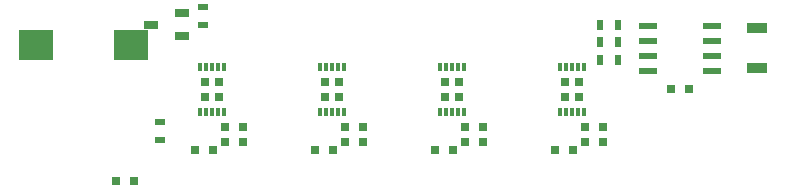
<source format=gbr>
G04 #@! TF.FileFunction,Paste,Top*
%FSLAX46Y46*%
G04 Gerber Fmt 4.6, Leading zero omitted, Abs format (unit mm)*
G04 Created by KiCad (PCBNEW 4.0.5) date Friday, April 07, 2017 'PMt' 01:27:20 PM*
%MOMM*%
%LPD*%
G01*
G04 APERTURE LIST*
%ADD10C,0.100000*%
%ADD11R,0.800000X0.750000*%
%ADD12R,0.300000X0.790000*%
%ADD13R,0.690000X0.780000*%
%ADD14R,0.900000X0.500000*%
%ADD15R,0.500000X0.900000*%
%ADD16R,1.700000X0.900000*%
%ADD17R,1.550000X0.600000*%
%ADD18R,3.000000X2.500000*%
%ADD19R,1.220000X0.650000*%
G04 APERTURE END LIST*
D10*
D11*
X29960000Y-45085000D03*
X28460000Y-45085000D03*
D12*
X28845000Y-41925000D03*
X29345000Y-41925000D03*
X29845000Y-41925000D03*
X30345000Y-41925000D03*
X30845000Y-41925000D03*
X30845000Y-38085000D03*
X30345000Y-38085000D03*
X29845000Y-38085000D03*
X29345000Y-38085000D03*
X28845000Y-38085000D03*
D13*
X30420000Y-39355000D03*
X29270000Y-39355000D03*
X30420000Y-40655000D03*
X29270000Y-40655000D03*
D11*
X32500000Y-43180000D03*
X31000000Y-43180000D03*
X42660000Y-43180000D03*
X41160000Y-43180000D03*
X40120000Y-45085000D03*
X38620000Y-45085000D03*
X52820000Y-43180000D03*
X51320000Y-43180000D03*
X68750000Y-40000000D03*
X70250000Y-40000000D03*
X50280000Y-45085000D03*
X48780000Y-45085000D03*
X62980000Y-43180000D03*
X61480000Y-43180000D03*
X60440000Y-45085000D03*
X58940000Y-45085000D03*
D14*
X25500000Y-44250000D03*
X25500000Y-42750000D03*
D15*
X62750000Y-36000000D03*
X64250000Y-36000000D03*
X62750000Y-34500000D03*
X64250000Y-34500000D03*
X62750000Y-37500000D03*
X64250000Y-37500000D03*
D16*
X76000000Y-34800000D03*
X76000000Y-38200000D03*
D12*
X39005000Y-41925000D03*
X39505000Y-41925000D03*
X40005000Y-41925000D03*
X40505000Y-41925000D03*
X41005000Y-41925000D03*
X41005000Y-38085000D03*
X40505000Y-38085000D03*
X40005000Y-38085000D03*
X39505000Y-38085000D03*
X39005000Y-38085000D03*
D13*
X40580000Y-39355000D03*
X39430000Y-39355000D03*
X40580000Y-40655000D03*
X39430000Y-40655000D03*
D12*
X49165000Y-41920000D03*
X49665000Y-41920000D03*
X50165000Y-41920000D03*
X50665000Y-41920000D03*
X51165000Y-41920000D03*
X51165000Y-38080000D03*
X50665000Y-38080000D03*
X50165000Y-38080000D03*
X49665000Y-38080000D03*
X49165000Y-38080000D03*
D13*
X50740000Y-39350000D03*
X49590000Y-39350000D03*
X50740000Y-40650000D03*
X49590000Y-40650000D03*
D17*
X72200000Y-38405000D03*
X72200000Y-37135000D03*
X72200000Y-35865000D03*
X72200000Y-34595000D03*
X66800000Y-34595000D03*
X66800000Y-35865000D03*
X66800000Y-37135000D03*
X66800000Y-38405000D03*
D12*
X59325000Y-41925000D03*
X59825000Y-41925000D03*
X60325000Y-41925000D03*
X60825000Y-41925000D03*
X61325000Y-41925000D03*
X61325000Y-38085000D03*
X60825000Y-38085000D03*
X60325000Y-38085000D03*
X59825000Y-38085000D03*
X59325000Y-38085000D03*
D13*
X60900000Y-39355000D03*
X59750000Y-39355000D03*
X60900000Y-40655000D03*
X59750000Y-40655000D03*
D18*
X15000000Y-36250000D03*
X23000000Y-36250000D03*
D19*
X27310000Y-35450000D03*
X27310000Y-33550000D03*
X24690000Y-34500000D03*
D11*
X21729000Y-47752000D03*
X23229000Y-47752000D03*
D14*
X29083000Y-33032000D03*
X29083000Y-34532000D03*
D11*
X31000000Y-44450000D03*
X32500000Y-44450000D03*
X41160000Y-44450000D03*
X42660000Y-44450000D03*
X51320000Y-44450000D03*
X52820000Y-44450000D03*
X61480000Y-44450000D03*
X62980000Y-44450000D03*
M02*

</source>
